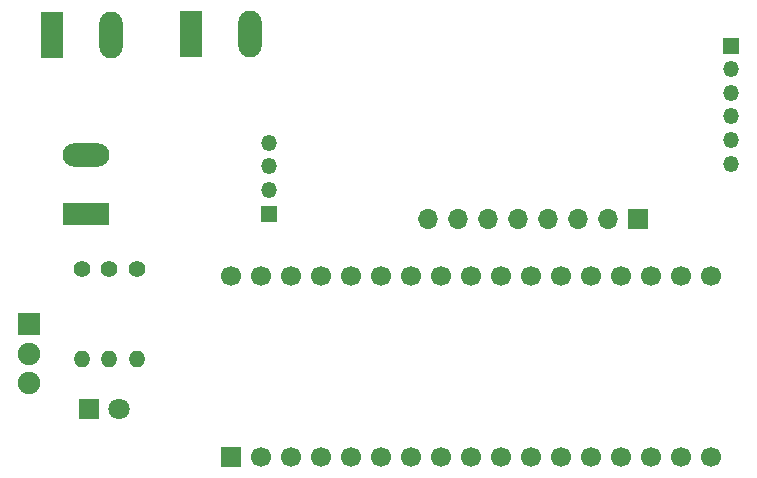
<source format=gbs>
G04 #@! TF.GenerationSoftware,KiCad,Pcbnew,7.0.0*
G04 #@! TF.CreationDate,2023-02-20T20:21:08-05:00*
G04 #@! TF.ProjectId,PCB,5043422e-6b69-4636-9164-5f7063625858,rev?*
G04 #@! TF.SameCoordinates,Original*
G04 #@! TF.FileFunction,Soldermask,Bot*
G04 #@! TF.FilePolarity,Negative*
%FSLAX46Y46*%
G04 Gerber Fmt 4.6, Leading zero omitted, Abs format (unit mm)*
G04 Created by KiCad (PCBNEW 7.0.0) date 2023-02-20 20:21:08*
%MOMM*%
%LPD*%
G01*
G04 APERTURE LIST*
%ADD10C,1.400000*%
%ADD11O,1.400000X1.400000*%
%ADD12R,1.800000X1.800000*%
%ADD13C,1.800000*%
%ADD14R,1.350000X1.350000*%
%ADD15O,1.350000X1.350000*%
%ADD16R,1.980000X3.960000*%
%ADD17O,1.980000X3.960000*%
%ADD18R,1.700000X1.700000*%
%ADD19O,1.700000X1.700000*%
%ADD20R,3.960000X1.980000*%
%ADD21O,3.960000X1.980000*%
%ADD22R,1.900000X1.900000*%
%ADD23C,1.900000*%
%ADD24C,1.700000*%
G04 APERTURE END LIST*
D10*
X146250044Y-70161250D03*
D11*
X146250043Y-77781249D03*
D12*
X142239999Y-82089999D03*
D13*
X144780000Y-82090000D03*
D14*
X196575807Y-51280577D03*
D15*
X196575807Y-53280577D03*
X196575807Y-55280577D03*
X196575807Y-57280577D03*
X196575807Y-59280577D03*
X196575807Y-61280577D03*
D16*
X150889355Y-50325320D03*
D17*
X155889355Y-50325320D03*
D18*
X188713765Y-65940924D03*
D19*
X186173765Y-65940924D03*
X183633765Y-65940924D03*
X181093765Y-65940924D03*
X178553765Y-65940924D03*
X176013765Y-65940924D03*
X173473765Y-65940924D03*
X170933765Y-65940924D03*
D20*
X142000591Y-65520593D03*
D21*
X142000591Y-60520593D03*
D16*
X139117719Y-50359450D03*
D17*
X144117719Y-50359450D03*
D10*
X141599153Y-70187193D03*
D11*
X141599152Y-77807192D03*
D14*
X157479999Y-65499999D03*
D15*
X157479999Y-63499999D03*
X157479999Y-61499999D03*
X157479999Y-59499999D03*
D22*
X137159999Y-74857703D03*
D23*
X137160000Y-77357704D03*
X137160000Y-79857704D03*
D10*
X143952579Y-70177101D03*
D11*
X143952578Y-77797100D03*
D24*
X169490000Y-86076000D03*
X172030000Y-86076000D03*
X192350000Y-70820000D03*
X174570000Y-86076000D03*
X177110000Y-86076000D03*
X166950000Y-70820000D03*
X179650000Y-86076000D03*
X182190000Y-86076000D03*
X184730000Y-86076000D03*
X187270000Y-86076000D03*
X189810000Y-86076000D03*
X192350000Y-86076000D03*
X194890000Y-86076000D03*
X194890000Y-70820000D03*
X187270000Y-70820000D03*
X184730000Y-70820000D03*
X182190000Y-70820000D03*
X179650000Y-70820000D03*
X177110000Y-70820000D03*
X174570000Y-70820000D03*
X189810000Y-70820000D03*
X161870000Y-70820000D03*
X166950000Y-86076000D03*
X156790000Y-70820000D03*
D18*
X154249999Y-86075999D03*
D24*
X169490000Y-70820000D03*
X172030000Y-70820000D03*
X164410000Y-70820000D03*
X164410000Y-86076000D03*
X161870000Y-86076000D03*
X154250000Y-70820000D03*
X156790000Y-86076000D03*
X159330000Y-86076000D03*
X159330000Y-70820000D03*
M02*

</source>
